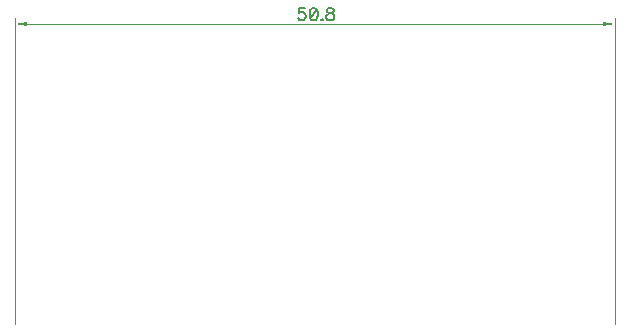
<source format=gbr>
G04 DipTrace 3.3.1.3*
G04 TopDimension.gbr*
%MOIN*%
G04 #@! TF.FileFunction,Drawing,Top*
G04 #@! TF.Part,Single*
%ADD14C,0.001378*%
%ADD105C,0.006176*%
%FSLAX26Y26*%
G04*
G70*
G90*
G75*
G01*
G04 TopDimension*
%LPD*%
X2458080Y3259690D2*
D14*
Y4279375D1*
X4458080Y3259690D2*
Y4279375D1*
X3458080Y4259690D2*
X2497450D1*
G36*
X2458080D2*
X2497450Y4267564D1*
Y4251816D1*
X2458080Y4259690D1*
G37*
X3458080D2*
D14*
X4418710D1*
G36*
X4458080D2*
X4418710Y4251816D1*
Y4267564D1*
X4458080Y4259690D1*
G37*
X3423495Y4312049D2*
D105*
X3404394D1*
X3402493Y4294849D1*
X3404394Y4296750D1*
X3410142Y4298696D1*
X3415846D1*
X3421594Y4296750D1*
X3425441Y4292948D1*
X3427342Y4287200D1*
Y4283397D1*
X3425441Y4277649D1*
X3421594Y4273802D1*
X3415846Y4271901D1*
X3410142D1*
X3404394Y4273802D1*
X3402493Y4275748D1*
X3400548Y4279550D1*
X3451190Y4312049D2*
X3445442Y4310148D1*
X3441595Y4304400D1*
X3439694Y4294849D1*
Y4289101D1*
X3441595Y4279550D1*
X3445442Y4273802D1*
X3451190Y4271901D1*
X3454992D1*
X3460740Y4273802D1*
X3464543Y4279550D1*
X3466488Y4289101D1*
Y4294849D1*
X3464543Y4304400D1*
X3460740Y4310148D1*
X3454992Y4312049D1*
X3451190D1*
X3464543Y4304400D2*
X3441595Y4279550D1*
X3480741Y4275748D2*
X3478840Y4273802D1*
X3480741Y4271901D1*
X3482686Y4273802D1*
X3480741Y4275748D1*
X3504588Y4312049D2*
X3498885Y4310148D1*
X3496939Y4306345D1*
Y4302498D1*
X3498885Y4298696D1*
X3502687Y4296750D1*
X3510336Y4294849D1*
X3516084Y4292948D1*
X3519887Y4289101D1*
X3521788Y4285298D1*
Y4279550D1*
X3519887Y4275748D1*
X3517986Y4273802D1*
X3512238Y4271901D1*
X3504588D1*
X3498885Y4273802D1*
X3496939Y4275748D1*
X3495038Y4279550D1*
Y4285298D1*
X3496939Y4289101D1*
X3500786Y4292948D1*
X3506490Y4294849D1*
X3514139Y4296750D1*
X3517986Y4298696D1*
X3519887Y4302498D1*
Y4306345D1*
X3517986Y4310148D1*
X3512238Y4312049D1*
X3504588D1*
M02*

</source>
